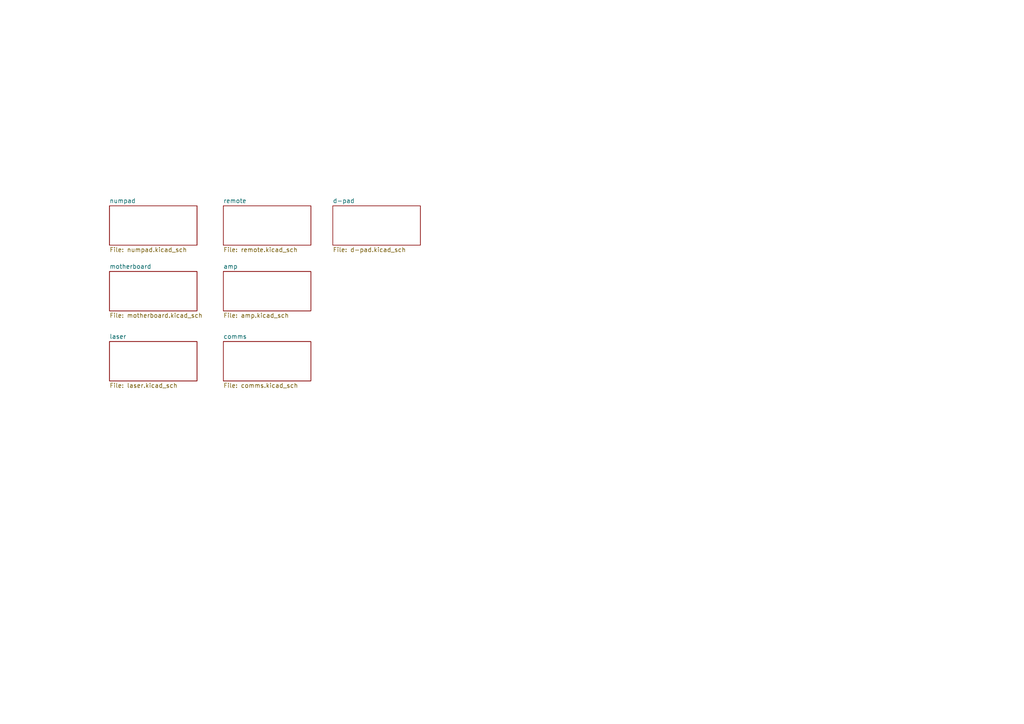
<source format=kicad_sch>
(kicad_sch
	(version 20250114)
	(generator "eeschema")
	(generator_version "9.0")
	(uuid "418a52ba-b136-48f0-a485-149e9dc1363e")
	(paper "A4")
	(lib_symbols)
	(sheet
		(at 96.52 59.69)
		(size 25.4 11.43)
		(exclude_from_sim no)
		(in_bom yes)
		(on_board yes)
		(dnp no)
		(fields_autoplaced yes)
		(stroke
			(width 0.1524)
			(type solid)
		)
		(fill
			(color 0 0 0 0.0000)
		)
		(uuid "126e2598-dd72-4799-b643-baad7dfcd795")
		(property "Sheetname" "d-pad"
			(at 96.52 58.9784 0)
			(effects
				(font
					(size 1.27 1.27)
				)
				(justify left bottom)
			)
		)
		(property "Sheetfile" "d-pad.kicad_sch"
			(at 96.52 71.7046 0)
			(effects
				(font
					(size 1.27 1.27)
				)
				(justify left top)
			)
		)
		(instances
			(project "spacescape"
				(path "/418a52ba-b136-48f0-a485-149e9dc1363e"
					(page "8")
				)
			)
		)
	)
	(sheet
		(at 31.75 78.74)
		(size 25.4 11.43)
		(exclude_from_sim no)
		(in_bom yes)
		(on_board yes)
		(dnp no)
		(fields_autoplaced yes)
		(stroke
			(width 0.1524)
			(type solid)
		)
		(fill
			(color 0 0 0 0.0000)
		)
		(uuid "710b34da-2ff3-4b03-8183-b6a3c08c9c0f")
		(property "Sheetname" "motherboard"
			(at 31.75 78.0284 0)
			(effects
				(font
					(size 1.27 1.27)
				)
				(justify left bottom)
			)
		)
		(property "Sheetfile" "motherboard.kicad_sch"
			(at 31.75 90.7546 0)
			(effects
				(font
					(size 1.27 1.27)
				)
				(justify left top)
			)
		)
		(instances
			(project "spacescape"
				(path "/418a52ba-b136-48f0-a485-149e9dc1363e"
					(page "5")
				)
			)
		)
	)
	(sheet
		(at 64.77 78.74)
		(size 25.4 11.43)
		(exclude_from_sim no)
		(in_bom yes)
		(on_board yes)
		(dnp no)
		(fields_autoplaced yes)
		(stroke
			(width 0.1524)
			(type solid)
		)
		(fill
			(color 0 0 0 0.0000)
		)
		(uuid "7905eb6b-5a1a-4913-8ee0-ec6b3fb0933a")
		(property "Sheetname" "amp"
			(at 64.77 78.0284 0)
			(effects
				(font
					(size 1.27 1.27)
				)
				(justify left bottom)
			)
		)
		(property "Sheetfile" "amp.kicad_sch"
			(at 64.77 90.7546 0)
			(effects
				(font
					(size 1.27 1.27)
				)
				(justify left top)
			)
		)
		(instances
			(project "spacescape"
				(path "/418a52ba-b136-48f0-a485-149e9dc1363e"
					(page "3")
				)
			)
		)
	)
	(sheet
		(at 31.75 59.69)
		(size 25.4 11.43)
		(exclude_from_sim no)
		(in_bom yes)
		(on_board yes)
		(dnp no)
		(fields_autoplaced yes)
		(stroke
			(width 0.1524)
			(type solid)
		)
		(fill
			(color 0 0 0 0.0000)
		)
		(uuid "b3767966-d6d1-4f79-8708-552c7bb7a812")
		(property "Sheetname" "numpad"
			(at 31.75 58.9784 0)
			(effects
				(font
					(size 1.27 1.27)
				)
				(justify left bottom)
			)
		)
		(property "Sheetfile" "numpad.kicad_sch"
			(at 31.75 71.7046 0)
			(effects
				(font
					(size 1.27 1.27)
				)
				(justify left top)
			)
		)
		(instances
			(project "spacescape"
				(path "/418a52ba-b136-48f0-a485-149e9dc1363e"
					(page "2")
				)
			)
		)
	)
	(sheet
		(at 31.75 99.06)
		(size 25.4 11.43)
		(exclude_from_sim no)
		(in_bom yes)
		(on_board yes)
		(dnp no)
		(fields_autoplaced yes)
		(stroke
			(width 0.1524)
			(type solid)
		)
		(fill
			(color 0 0 0 0.0000)
		)
		(uuid "b3f3025a-df4e-4d93-b3e9-df7af7ca410f")
		(property "Sheetname" "laser"
			(at 31.75 98.3484 0)
			(effects
				(font
					(size 1.27 1.27)
				)
				(justify left bottom)
			)
		)
		(property "Sheetfile" "laser.kicad_sch"
			(at 31.75 111.0746 0)
			(effects
				(font
					(size 1.27 1.27)
				)
				(justify left top)
			)
		)
		(instances
			(project "spacescape"
				(path "/418a52ba-b136-48f0-a485-149e9dc1363e"
					(page "8")
				)
			)
		)
	)
	(sheet
		(at 64.77 59.69)
		(size 25.4 11.43)
		(exclude_from_sim no)
		(in_bom yes)
		(on_board yes)
		(dnp no)
		(fields_autoplaced yes)
		(stroke
			(width 0.1524)
			(type solid)
		)
		(fill
			(color 0 0 0 0.0000)
		)
		(uuid "bd4ffa4f-b637-4be7-8de2-092b7a28716e")
		(property "Sheetname" "remote"
			(at 64.77 58.9784 0)
			(effects
				(font
					(size 1.27 1.27)
				)
				(justify left bottom)
			)
		)
		(property "Sheetfile" "remote.kicad_sch"
			(at 64.77 71.7046 0)
			(effects
				(font
					(size 1.27 1.27)
				)
				(justify left top)
			)
		)
		(instances
			(project "spacescape"
				(path "/418a52ba-b136-48f0-a485-149e9dc1363e"
					(page "4")
				)
			)
		)
	)
	(sheet
		(at 64.77 99.06)
		(size 25.4 11.43)
		(exclude_from_sim no)
		(in_bom yes)
		(on_board yes)
		(dnp no)
		(fields_autoplaced yes)
		(stroke
			(width 0.1524)
			(type solid)
		)
		(fill
			(color 0 0 0 0.0000)
		)
		(uuid "f8071adf-8c79-49d8-9fd8-09b7aea99222")
		(property "Sheetname" "comms"
			(at 64.77 98.3484 0)
			(effects
				(font
					(size 1.27 1.27)
				)
				(justify left bottom)
			)
		)
		(property "Sheetfile" "comms.kicad_sch"
			(at 64.77 111.0746 0)
			(effects
				(font
					(size 1.27 1.27)
				)
				(justify left top)
			)
		)
		(instances
			(project "spacescape"
				(path "/418a52ba-b136-48f0-a485-149e9dc1363e"
					(page "7")
				)
			)
		)
	)
	(sheet_instances
		(path "/"
			(page "1")
		)
	)
	(embedded_fonts no)
)

</source>
